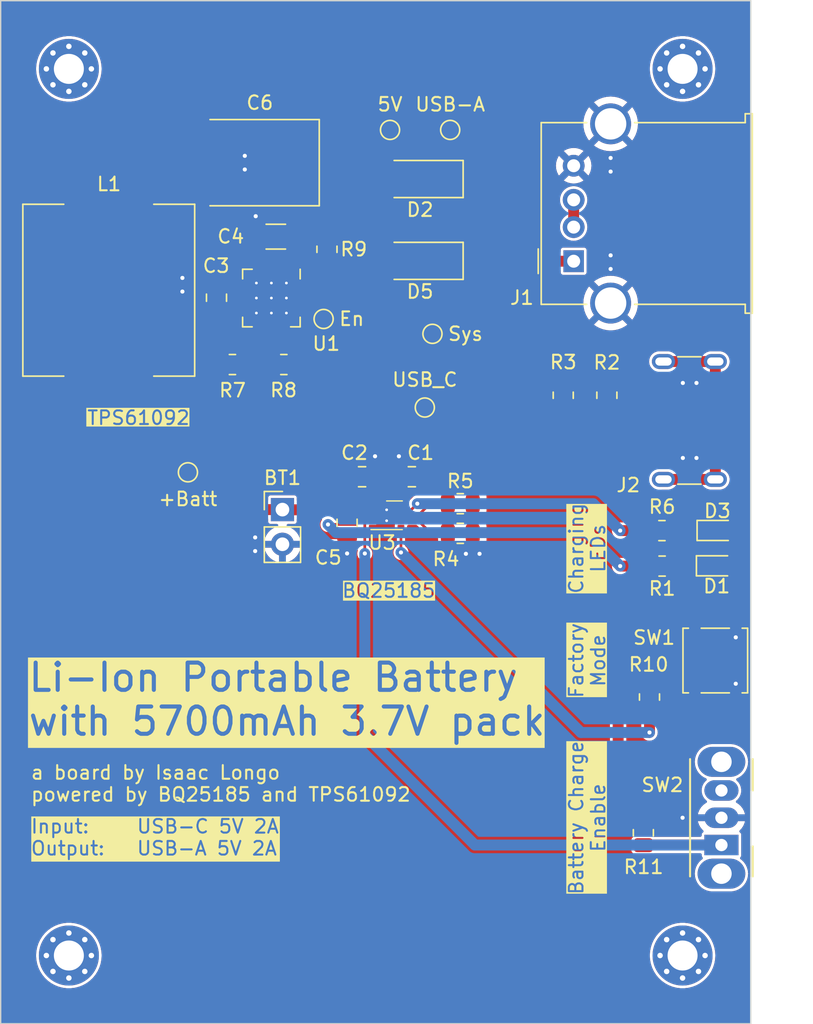
<source format=kicad_pcb>
(kicad_pcb (version 20221018) (generator pcbnew)
  (layers (0 "F.Cu" signal) (31 "B.Cu" power) (34 "B.Paste" user) (35 "F.Paste" user) (36 "B.SilkS" user "B.Silkscreen") (37 "F.SilkS" user "F.Silkscreen") (38 "B.Mask" user) (39 "F.Mask" user) (44 "Edge.Cuts" user))
  (net 0 "")
  (net 1 "GND")
  (net 2 "+BATT")
  (net 3 "Net-(D2-K)")
  (net 4 "+5V")
  (net 5 "Net-(D1-K)")
  (net 6 "VBUS")
  (net 7 "Net-(D3-K)")
  (net 8 "/STAT_RED")
  (net 9 "/STAT_GRN")
  (net 10 "Net-(J1-D+)")
  (net 12 "/L_SW")
  (net 13 "/LBI")
  (net 14 "/EN")
  (net 16 "VCC")
  (net 17 "Net-(J2-CC1)")
  (net 18 "Net-(J2-CC2)")
  (net 19 "unconnected-(J2-SHIELD-PadS1)")
  (net 20 "Net-(U3-ILIM{slash}VSET)")
  (net 21 "Net-(U3-ISET)")
  (net 22 "Net-(SW1-A)")
  (net 23 "/CE")
  (footprint "TestPoint:TestPoint_Pad_D1.0mm" (layer "F.Cu") (at 123.68 123.335)
    (fp_text reference "TP1" hide)
    (fp_text value "En" (at 2.06 -0.01) (layer "F.SilkS"))
    (fp_circle (center 0 0) (end 0 0.7) (stroke (width 0.12)) (fill none) (layer "F.SilkS"))
    (pad "1" smd circle (at 0 0) (size 1 1) (layers "F.Cu" "F.Mask") (net 14 "/EN"))
  )
  (footprint "Diode_SMD:D_SOD-128" (layer "F.Cu") (at 130.75 119.075 180)
    (fp_text reference "D5" (at 0 -2.25) (layer "F.SilkS"))
    (fp_text value "2A 370mV" hide)
    (fp_line (start -3.16 -1.36) (end -3.16 1.36) (stroke (width 0.12)) (layer "F.SilkS"))
    (fp_line (start -3.16 -1.36) (end 1.9 -1.36) (stroke (width 0.12)) (layer "F.SilkS"))
    (fp_line (start -3.16 1.36) (end 1.9 1.36) (stroke (width 0.12)) (layer "F.SilkS"))
    (pad "1" smd roundrect (at -2.2 0 180) (size 1.4 2.1) (layers "F.Cu" "F.Paste" "F.Mask") (roundrect_rratio 0.1785714286) (net 3 "Net-(D2-K)"))
    (pad "2" smd roundrect (at 2.2 0 180) (size 1.4 2.1) (layers "F.Cu" "F.Paste" "F.Mask") (roundrect_rratio 0.1785714286) (net 16 "VCC"))
  )
  (footprint "MountingHole:MountingHole_2.2mm_M2_Pad_Via" (layer "F.Cu") (at 150 170)
    (fp_text reference "H4" hide)
    (fp_text value "MountingHole" hide)
    (pad "1" thru_hole circle (at -1.65 0) (size 0.7 0.7) (drill 0.4) (layers "*.Cu" "*.Mask"))
    (pad "1" thru_hole circle (at -1.166726 -1.166726) (size 0.7 0.7) (drill 0.4) (layers "*.Cu" "*.Mask"))
    (pad "1" thru_hole circle (at -1.166726 1.166726) (size 0.7 0.7) (drill 0.4) (layers "*.Cu" "*.Mask"))
    (pad "1" thru_hole circle (at 0 -1.65) (size 0.7 0.7) (drill 0.4) (layers "*.Cu" "*.Mask"))
    (pad "1" thru_hole circle (at 0 0) (size 4.4 4.4) (drill 2.2) (layers "*.Cu" "*.Mask"))
    (pad "1" thru_hole circle (at 0 1.65) (size 0.7 0.7) (drill 0.4) (layers "*.Cu" "*.Mask"))
    (pad "1" thru_hole circle (at 1.166726 -1.166726) (size 0.7 0.7) (drill 0.4) (layers "*.Cu" "*.Mask"))
    (pad "1" thru_hole circle (at 1.166726 1.166726) (size 0.7 0.7) (drill 0.4) (layers "*.Cu" "*.Mask"))
    (pad "1" thru_hole circle (at 1.65 0) (size 0.7 0.7) (drill 0.4) (layers "*.Cu" "*.Mask"))
  )
  (footprint "Capacitor_SMD:C_0805_2012Metric" (layer "F.Cu") (at 125.4 138.275 -90)
    (fp_text reference "C5" (at 2.55 1.38) (layer "F.SilkS"))
    (fp_text value "1u" hide)
    (fp_line (start -0.261252 -0.735) (end 0.261252 -0.735) (stroke (width 0.12)) (layer "F.SilkS"))
    (fp_line (start -0.261252 0.735) (end 0.261252 0.735) (stroke (width 0.12)) (layer "F.SilkS"))
    (pad "1" smd roundrect (at -0.95 0 270) (size 1 1.45) (layers "F.Cu" "F.Paste" "F.Mask") (net 2 "+BATT"))
    (pad "2" smd roundrect (at 0.95 0 270) (size 1 1.45) (layers "F.Cu" "F.Paste" "F.Mask") (net 1 "GND"))
  )
  (footprint "LED_SMD:LED_0603_1608Metric" (layer "F.Cu") (at 152.5 141.43)
    (fp_text reference "D1" (at 0 1.495) (layer "F.SilkS"))
    (fp_text value "RED" hide)
    (fp_line (start -1.485 -0.735) (end -1.485 0.735) (stroke (width 0.12)) (layer "F.SilkS"))
    (fp_line (start -1.485 0.735) (end 0.8 0.735) (stroke (width 0.12)) (layer "F.SilkS"))
    (fp_line (start 0.8 -0.735) (end -1.485 -0.735) (stroke (width 0.12)) (layer "F.SilkS"))
    (pad "1" smd roundrect (at -0.7875 0) (size 0.875 0.95) (layers "F.Cu" "F.Paste" "F.Mask") (net 5 "Net-(D1-K)"))
    (pad "2" smd roundrect (at 0.7875 0) (size 0.875 0.95) (layers "F.Cu" "F.Paste" "F.Mask") (net 6 "VBUS"))
  )
  (footprint "TestPoint:TestPoint_Pad_D1.0mm" (layer "F.Cu") (at 113.73 134.575)
    (fp_text reference "TP3" hide)
    (fp_text value "+Batt" (at 0 1.96) (layer "F.SilkS"))
    (fp_circle (center 0 0) (end 0 0.7) (stroke (width 0.12)) (fill none) (layer "F.SilkS"))
    (pad "1" smd circle (at 0 0) (size 1 1) (layers "F.Cu" "F.Mask") (net 2 "+BATT"))
  )
  (footprint "Resistor_SMD:R_0805_2012Metric" (layer "F.Cu") (at 133.7 136.875)
    (fp_text reference "R5" (at 0 -1.65) (layer "F.SilkS"))
    (fp_text value "300R" hide)
    (fp_line (start -0.227064 -0.735) (end 0.227064 -0.735) (stroke (width 0.12)) (layer "F.SilkS"))
    (fp_line (start -0.227064 0.735) (end 0.227064 0.735) (stroke (width 0.12)) (layer "F.SilkS"))
    (pad "1" smd roundrect (at -0.9125 0) (size 1.025 1.4) (layers "F.Cu" "F.Paste" "F.Mask") (roundrect_rratio 0.243902439) (net 21 "Net-(U3-ISET)"))
    (pad "2" smd roundrect (at 0.9125 0) (size 1.025 1.4) (layers "F.Cu" "F.Paste" "F.Mask") (roundrect_rratio 0.243902439) (net 1 "GND"))
  )
  (footprint "Resistor_SMD:R_0805_2012Metric" (layer "F.Cu") (at 120.7625 126.675)
    (fp_text reference "R8" (at -0.0225 1.88) (layer "F.SilkS"))
    (fp_text value "499k" hide)
    (fp_line (start -0.227064 -0.735) (end 0.227064 -0.735) (stroke (width 0.12)) (layer "F.SilkS"))
    (fp_line (start -0.227064 0.735) (end 0.227064 0.735) (stroke (width 0.12)) (layer "F.SilkS"))
    (pad "1" smd roundrect (at -0.9125 0) (size 1.025 1.4) (layers "F.Cu" "F.Paste" "F.Mask") (roundrect_rratio 0.243902439) (net 13 "/LBI"))
    (pad "2" smd roundrect (at 0.9125 0) (size 1.025 1.4) (layers "F.Cu" "F.Paste" "F.Mask") (roundrect_rratio 0.243902439) (net 1 "GND"))
  )
  (footprint "Capacitor_SMD:C_1206_3216Metric" (layer "F.Cu") (at 120.175 117.3 180)
    (fp_text reference "C4" (at 3.305 0.015 180) (layer "F.SilkS"))
    (fp_text value "2u2" hide)
    (fp_line (start -0.711252 -0.91) (end 0.711252 -0.91) (stroke (width 0.12)) (layer "F.SilkS"))
    (fp_line (start -0.711252 0.91) (end 0.711252 0.91) (stroke (width 0.12)) (layer "F.SilkS"))
    (pad "1" smd roundrect (at -1.475 0 180) (size 1.15 1.8) (layers "F.Cu" "F.Paste" "F.Mask") (roundrect_rratio 0.2173913043) (net 4 "+5V"))
    (pad "2" smd roundrect (at 1.475 0 180) (size 1.15 1.8) (layers "F.Cu" "F.Paste" "F.Mask") (roundrect_rratio 0.2173913043) (net 1 "GND"))
  )
  (footprint "TestPoint:TestPoint_Pad_D1.0mm" (layer "F.Cu") (at 132.96 109.475)
    (fp_text reference "TP6" hide)
    (fp_text value "USB-A" (at 0 -1.87) (layer "F.SilkS"))
    (fp_circle (center 0 0) (end 0 0.7) (stroke (width 0.12)) (fill none) (layer "F.SilkS"))
    (pad "1" smd circle (at 0 0) (size 1 1) (layers "F.Cu" "F.Mask") (net 3 "Net-(D2-K)"))
  )
  (footprint "Connector_USB:USB_C_Receptacle_GCT_USB4125-xx-x_6P_TopMnt_Horizontal" (layer "F.Cu") (at 151.6 130.775 90)
    (fp_text reference "J2" (at -4.74 -5.58 unlocked) (layer "F.SilkS"))
    (fp_text value "USB_C_Receptacle_PowerOnly_6P" hide)
    (fp_line (start -4.67 -0.25) (end -4.67 -1.95) (stroke (width 0.12)) (layer "F.SilkS"))
    (fp_line (start 4.67 -0.25) (end 4.67 -1.95) (stroke (width 0.12)) (layer "F.SilkS"))
    (pad "A5" smd roundrect (at -0.5 -3.08 90) (size 0.7 1.2) (layers "F.Cu" "F.Paste" "F.Mask") (net 17 "Net-(J2-CC1)"))
    (pad "A9" smd roundrect (at 1.52 -3.08 270) (size 0.76 1.2) (layers "F.Cu" "F.Paste" "F.Mask") (net 6 "VBUS"))
    (pad "A12" smd roundrect (at 2.75 -3.08 270) (size 0.8 1.2) (layers "F.Cu" "F.Paste" "F.Mask") (net 1 "GND"))
    (pad "B5" smd roundrect (at 0.5 -3.08 270) (size 0.7 1.2) (layers "F.Cu" "F.Paste" "F.Mask") (net 18 "Net-(J2-CC2)"))
    (pad "B9" smd roundrect (at -1.52 -3.08 90) (size 0.76 1.2) (layers "F.Cu" "F.Paste" "F.Mask") (net 6 "VBUS"))
    (pad "B12" smd roundrect (at -2.75 -3.08 90) (size 0.8 1.2) (layers "F.Cu" "F.Paste" "F.Mask") (net 1 "GND"))
    (pad "S1" thru_hole oval (at -4.32 -3 90) (size 1.1 1.7) (drill oval 0.6 1.2) (layers "*.Cu" "*.Mask" "F.Paste") (net 19 "unconnected-(J2-SHIELD-PadS1)"))
    (pad "S1" thru_hole oval (at -4.32 0.8 90) (size 1.1 1.7) (drill oval 0.6 1.2) (layers "*.Cu" "*.Mask" "F.Paste") (net 19 "unconnected-(J2-SHIELD-PadS1)"))
    (pad "S1" thru_hole oval (at 4.32 -3 90) (size 1.1 1.7) (drill oval 0.6 1.2) (layers "*.Cu" "*.Mask" "F.Paste") (net 19 "unconnected-(J2-SHIELD-PadS1)"))
    (pad "S1" thru_hole oval (at 4.32 0.8 90) (size 1.1 1.7) (drill oval 0.6 1.2) (layers "*.Cu" "*.Mask" "F.Paste") (net 19 "unconnected-(J2-SHIELD-PadS1)"))
  )
  (footprint "Capacitor_SMD:C_0805_2012Metric" (layer "F.Cu") (at 130.15 134.9 180)
    (fp_text reference "C1" (at -0.64 1.755) (layer "F.SilkS"))
    (fp_text value "1u" hide)
    (fp_line (start -0.261252 -0.735) (end 0.261252 -0.735) (stroke (width 0.12)) (layer "F.SilkS"))
    (fp_line (start -0.261252 0.735) (end 0.261252 0.735) (stroke (width 0.12)) (layer "F.SilkS"))
    (pad "1" smd roundrect (at -0.95 0 180) (size 1 1.45) (layers "F.Cu" "F.Paste" "F.Mask") (net 6 "VBUS"))
    (pad "2" smd roundrect (at 0.95 0 180) (size 1 1.45) (layers "F.Cu" "F.Paste" "F.Mask") (net 1 "GND"))
  )
  (footprint "Resistor_SMD:R_0805_2012Metric" (layer "F.Cu") (at 147.125 161 90)
    (fp_text reference "R11" (at -2.505 0.015 180) (layer "F.SilkS"))
    (fp_text value "13k" hide)
    (fp_line (start -0.227064 -0.735) (end 0.227064 -0.735) (stroke (width 0.12)) (layer "F.SilkS"))
    (fp_line (start -0.227064 0.735) (end 0.227064 0.735) (stroke (width 0.12)) (layer "F.SilkS"))
    (pad "1" smd roundrect (at -0.9125 0 90) (size 1.025 1.4) (layers "F.Cu" "F.Paste" "F.Mask") (roundrect_rratio 0.243902439) (net 23 "/CE"))
    (pad "2" smd roundrect (at 0.9125 0 90) (size 1.025 1.4) (layers "F.Cu" "F.Paste" "F.Mask") (roundrect_rratio 0.243902439) (net 6 "VBUS"))
  )
  (footprint "Capacitor_SMD:C_0805_2012Metric" (layer "F.Cu") (at 115.825 121.775 90)
    (fp_text reference "C3" (at 2.34 -0.025 180) (layer "F.SilkS"))
    (fp_text value "10u" hide)
    (fp_line (start -0.261252 -0.735) (end 0.261252 -0.735) (stroke (width 0.12)) (layer "F.SilkS"))
    (fp_line (start -0.261252 0.735) (end 0.261252 0.735) (stroke (width 0.12)) (layer "F.SilkS"))
    (pad "1" smd roundrect (at -0.95 0 90) (size 1 1.45) (layers "F.Cu" "F.Paste" "F.Mask") (net 2 "+BATT"))
    (pad "2" smd roundrect (at 0.95 0 90) (size 1 1.45) (layers "F.Cu" "F.Paste" "F.Mask") (net 1 "GND"))
  )
  (footprint "MountingHole:MountingHole_2.2mm_M2_Pad_Via" (layer "F.Cu") (at 105 105)
    (fp_text reference "H2" hide)
    (fp_text value "MountingHole" hide)
    (pad "1" thru_hole circle (at -1.65 0) (size 0.7 0.7) (drill 0.4) (layers "*.Cu" "*.Mask"))
    (pad "1" thru_hole circle (at -1.166726 -1.166726) (size 0.7 0.7) (drill 0.4) (layers "*.Cu" "*.Mask"))
    (pad "1" thru_hole circle (at -1.166726 1.166726) (size 0.7 0.7) (drill 0.4) (layers "*.Cu" "*.Mask"))
    (pad "1" thru_hole circle (at 0 -1.65) (size 0.7 0.7) (drill 0.4) (layers "*.Cu" "*.Mask"))
    (pad "1" thru_hole circle (at 0 0) (size 4.4 4.4) (drill 2.2) (layers "*.Cu" "*.Mask"))
    (pad "1" thru_hole circle (at 0 1.65) (size 0.7 0.7) (drill 0.4) (layers "*.Cu" "*.Mask"))
    (pad "1" thru_hole circle (at 1.166726 -1.166726) (size 0.7 0.7) (drill 0.4) (layers "*.Cu" "*.Mask"))
    (pad "1" thru_hole circle (at 1.166726 1.166726) (size 0.7 0.7) (drill 0.4) (layers "*.Cu" "*.Mask"))
    (pad "1" thru_hole circle (at 1.65 0) (size 0.7 0.7) (drill 0.4) (layers "*.Cu" "*.Mask"))
  )
  (footprint "Connector_USB:USB_A_Molex_67643_Horizontal" (layer "F.Cu") (at 142.015 119.1 90)
    (fp_text reference "J1" (at -2.675 -3.795 180) (layer "F.SilkS"))
    (fp_text value "USB_A" hide)
    (fp_line (start -3.81 12.58) (end -3.81 13.1) (stroke (width 0.12)) (layer "F.SilkS"))
    (fp_line (start -3.81 13.1) (end 10.81 13.1) (stroke (width 0.12)) (layer "F.SilkS"))
    (fp_line (start -3.16 -2.38) (end -3.16 0.95) (stroke (width 0.12)) (layer "F.SilkS"))
    (fp_line (start -3.16 -2.38) (end 10.16 -2.38) (stroke (width 0.12)) (layer "F.SilkS"))
    (fp_line (start -3.16 12.58) (end -3.81 12.58) (stroke (width 0.12)) (layer "F.SilkS"))
    (fp_line (start -3.16 12.58) (end -3.16 4.47) (stroke (width 0.12)) (layer "F.SilkS"))
    (fp_line (start -0.9 -2.6) (end 0.9 -2.6) (stroke (width 0.12)) (layer "F.SilkS"))
    (fp_line (start 10.16 -2.38) (end 10.16 0.95) (stroke (width 0.12)) (layer "F.SilkS"))
    (fp_line (start 10.16 4.47) (end 10.16 12.58) (stroke (width 0.12)) (layer "F.SilkS"))
    (fp_line (start 10.81 12.58) (end 10.16 12.58) (stroke (width 0.12)) (layer "F.SilkS"))
    (fp_line (start 10.81 13.1) (end 10.81 12.58) (stroke (width 0.12)) (layer "F.SilkS"))
    (pad "1" thru_hole rect (at 0 0 90) (size 1.6 1.5) (drill 0.95) (layers "*.Cu" "*.Mask") (net 3 "Net-(D2-K)"))
    (pad "2" thru_hole circle (at 2.5 0 90) (size 1.6 1.6) (drill 0.95) (layers "*.Cu" "*.Mask") (net 10 "Net-(J1-D+)"))
    (pad "3" thru_hole circle (at 4.5 0 90) (size 1.6 1.6) (drill 0.95) (layers "*.Cu" "*.Mask") (net 10 "Net-(J1-D+)"))
    (pad "4" thru_hole circle (at 7 0 90) (size 1.6 1.6) (drill 0.95) (layers "*.Cu" "*.Mask") (net 1 "GND"))
    (pad "5" thru_hole circle (at -3.07 2.71 90) (size 3 3) (drill 2.3) (layers "*.Cu" "*.Mask") (net 1 "GND"))
    (pad "5" thru_hole circle (at 10.07 2.71 90) (size 3 3) (drill 2.3) (layers "*.Cu" "*.Mask") (net 1 "GND"))
  )
  (footprint "Button_Switch_SMD:SW_SPST_TL3305A" (layer "F.Cu") (at 152.4 148.375 90)
    (fp_text reference "SW1" (at 1.68 -4.49 180) (layer "F.SilkS"))
    (fp_text value "SW_SPDT" hide)
    (fp_line (start -2.37 -2.37) (end -2.37 -1.97) (stroke (width 0.12)) (layer "F.SilkS"))
    (fp_line (start -2.37 -2.37) (end 2.37 -2.37) (stroke (width 0.12)) (layer "F.SilkS"))
    (fp_line (start -2.37 1.03) (end -2.37 -1.03) (stroke (width 0.12)) (layer "F.SilkS"))
    (fp_line (start -2.37 2.37) (end -2.37 1.97) (stroke (width 0.12)) (layer "F.SilkS"))
    (fp_line (start -2.37 2.37) (end 2.37 2.37) (stroke (width 0.12)) (layer "F.SilkS"))
    (fp_line (start 2.37 -2.37) (end 2.37 -1.97) (stroke (width 0.12)) (layer "F.SilkS"))
    (fp_line (start 2.37 1.03) (end 2.37 -1.03) (stroke (width 0.12)) (layer "F.SilkS"))
    (fp_line (start 2.37 2.37) (end 2.37 1.97) (stroke (width 0.12)) (layer "F.SilkS"))
    (pad "1" smd rect (at -3.6 -1.5 90) (size 1.6 1.4) (layers "F.Cu" "F.Paste" "F.Mask") (net 22 "Net-(SW1-A)"))
    (pad "1" smd rect (at 3.6 -1.5 90) (size 1.6 1.4) (layers "F.Cu" "F.Paste" "F.Mask") (net 22 "Net-(SW1-A)"))
    (pad "2" smd rect (at -3.6 1.5 90) (size 1.6 1.4) (layers "F.Cu" "F.Paste" "F.Mask") (net 1 "GND"))
    (pad "2" smd rect (at 3.6 1.5 90) (size 1.6 1.4) (layers "F.Cu" "F.Paste" "F.Mask") (net 1 "GND"))
  )
  (footprint "Resistor_SMD:R_0805_2012Metric" (layer "F.Cu") (at 133.7 139.05 180)
    (fp_text reference "R4" (at 1.05 -1.885) (layer "F.SilkS"))
    (fp_text value "13k" hide)
    (fp_line (start -0.227064 -0.735) (end 0.227064 -0.735) (stroke (width 0.12)) (layer "F.SilkS"))
    (fp_line (start -0.227064 0.735) (end 0.227064 0.735) (stroke (width 0.12)) (layer "F.SilkS"))
    (pad "1" smd roundrect (at -0.9125 0 180) (size 1.025 1.4) (layers "F.Cu" "F.Paste" "F.Mask") (roundrect_rratio 0.243902439) (net 1 "GND"))
    (pad "2" smd roundrect (at 0.9125 0 180) (size 1.025 1.4) (layers "F.Cu" "F.Paste" "F.Mask") (roundrect_rratio 0.243902439) (net 20 "Net-(U3-ILIM{slash}VSET)"))
  )
  (footprint "LED_SMD:LED_0603_1608Metric" (layer "F.Cu") (at 152.55 138.84)
    (fp_text reference "D3" (at 0 -1.43) (layer "F.SilkS"))
    (fp_text value "GREEN" hide)
    (fp_line (start -1.485 -0.735) (end -1.485 0.735) (stroke (width 0.12)) (layer "F.SilkS"))
    (fp_line (start -1.485 0.735) (end 0.8 0.735) (stroke (width 0.12)) (layer "F.SilkS"))
    (fp_line (start 0.8 -0.735) (end -1.485 -0.735) (stroke (width 0.12)) (layer "F.SilkS"))
    (pad "1" smd roundrect (at -0.7875 0) (size 0.875 0.95) (layers "F.Cu" "F.Paste" "F.Mask") (net 7 "Net-(D3-K)"))
    (pad "2" smd roundrect (at 0.7875 0) (size 0.875 0.95) (layers "F.Cu" "F.Paste" "F.Mask") (net 6 "VBUS"))
  )
  (footprint "MountingHole:MountingHole_2.2mm_M2_Pad_Via" (layer "F.Cu") (at 150 105)
    (fp_text reference "H1" hide)
    (fp_text value "MountingHole" hide)
    (pad "1" thru_hole circle (at -1.65 0) (size 0.7 0.7) (drill 0.4) (layers "*.Cu" "*.Mask"))
    (pad "1" thru_hole circle (at -1.166726 -1.166726) (size 0.7 0.7) (drill 0.4) (layers "*.Cu" "*.Mask"))
    (pad "1" thru_hole circle (at -1.166726 1.166726) (size 0.7 0.7) (drill 0.4) (layers "*.Cu" "*.Mask"))
    (pad "1" thru_hole circle (at 0 -1.65) (size 0.7 0.7) (drill 0.4) (layers "*.Cu" "*.Mask"))
    (pad "1" thru_hole circle (at 0 0) (size 4.4 4.4) (drill 2.2) (layers "*.Cu" "*.Mask"))
    (pad "1" thru_hole circle (at 0 1.65) (size 0.7 0.7) (drill 0.4) (layers "*.Cu" "*.Mask"))
    (pad "1" thru_hole circle (at 1.166726 -1.166726) (size 0.7 0.7) (drill 0.4) (layers "*.Cu" "*.Mask"))
    (pad "1" thru_hole circle (at 1.166726 1.166726) (size 0.7 0.7) (drill 0.4) (layers "*.Cu" "*.Mask"))
    (pad "1" thru_hole circle (at 1.65 0) (size 0.7 0.7) (drill 0.4) (layers "*.Cu" "*.Mask"))
  )
  (footprint "Resistor_SMD:R_0805_2012Metric" (layer "F.Cu") (at 147.575 151.05 90)
    (fp_text reference "R10" (at 2.385 -0.065 180) (layer "F.SilkS"))
    (fp_text value "13k" hide)
    (fp_line (start -0.227064 -0.735) (end 0.227064 -0.735) (stroke (width 0.12)) (layer "F.SilkS"))
    (fp_line (start -0.227064 0.735) (end 0.227064 0.735) (stroke (width 0.12)) (layer "F.SilkS"))
    (pad "1" smd roundrect (at -0.9125 0 90) (size 1.025 1.4) (layers "F.Cu" "F.Paste" "F.Mask") (roundrect_rratio 0.243902439) (net 22 "Net-(SW1-A)"))
    (pad "2" smd roundrect (at 0.9125 0 90) (size 1.025 1.4) (layers "F.Cu" "F.Paste" "F.Mask") (roundrect_rratio 0.243902439) (net 6 "VBUS"))
  )
  (footprint "Resistor_SMD:R_0805_2012Metric" (layer "F.Cu") (at 144.45 128.925 90)
    (fp_text reference "R2" (at 2.4 0) (layer "F.SilkS"))
    (fp_text value "5k1" hide)
    (fp_line (start -0.227064 -0.735) (end 0.227064 -0.735) (stroke (width 0.12)) (layer "F.SilkS"))
    (fp_line (start -0.227064 0.735) (end 0.227064 0.735) (stroke (width 0.12)) (layer "F.SilkS"))
    (pad "1" smd roundrect (at -0.9125 0 90) (size 1.025 1.4) (layers "F.Cu" "F.Paste" "F.Mask") (roundrect_rratio 0.243902439) (net 18 "Net-(J2-CC2)"))
    (pad "2" smd roundrect (at 0.9125 0 90) (size 1.025 1.4) (layers "F.Cu" "F.Paste" "F.Mask") (roundrect_rratio 0.243902439) (net 1 "GND"))
  )
  (footprint "Diode_SMD:D_SOD-128" (layer "F.Cu") (at 130.75 113.075 180)
    (fp_text reference "D2" (at 0 -2.25) (layer "F.SilkS"))
    (fp_text value "2A 370mV" hide)
    (fp_line (start -3.16 -1.36) (end -3.16 1.36) (stroke (width 0.12)) (layer "F.SilkS"))
    (fp_line (start -3.16 -1.36) (end 1.9 -1.36) (stroke (width 0.12)) (layer "F.SilkS"))
    (fp_line (start -3.16 1.36) (end 1.9 1.36) (stroke (width 0.12)) (layer "F.SilkS"))
    (pad "1" smd roundrect (at -2.2 0 180) (size 1.4 2.1) (layers "F.Cu" "F.Paste" "F.Mask") (roundrect_rratio 0.1785714286) (net 3 "Net-(D2-K)"))
    (pad "2" smd roundrect (at 2.2 0 180) (size 1.4 2.1) (layers "F.Cu" "F.Paste" "F.Mask") (roundrect_rratio 0.1785714286) (net 4 "+5V"))
  )
  (footprint "TestPoint:TestPoint_Pad_D1.0mm" (layer "F.Cu") (at 128.55 109.475)
    (fp_text reference "TP2" hide)
    (fp_text value "5V" (at 0 -1.87) (layer "F.SilkS"))
    (fp_circle (center 0 0) (end 0 0.7) (stroke (width 0.12)) (fill none) (layer "F.SilkS"))
    (pad "1" smd circle (at 0 0) (size 1 1) (layers "F.Cu" "F.Mask") (net 4 "+5V"))
  )
  (footprint "TestPoint:TestPoint_Pad_D1.0mm" (layer "F.Cu") (at 131.1 129.825)
    (fp_text reference "TP5" hide)
    (fp_text value "USB_C" (at 0 -2.04) (layer "F.SilkS"))
    (fp_circle (center 0 0) (end 0 0.7) (stroke (width 0.12)) (fill none) (layer "F.SilkS"))
    (pad "1" smd circle (at 0 0) (size 1 1) (layers "F.Cu" "F.Mask") (net 6 "VBUS"))
  )
  (footprint "Capacitor_SMD:C_0805_2012Metric" (layer "F.Cu") (at 126.5 134.9)
    (fp_text reference "C2" (at -0.56 -1.755) (layer "F.SilkS"))
    (fp_text value "10u" hide)
    (fp_line (start -0.261252 -0.735) (end 0.261252 -0.735) (stroke (width 0.12)) (layer "F.SilkS"))
    (fp_line (start -0.261252 0.735) (end 0.261252 0.735) (stroke (width 0.12)) (layer "F.SilkS"))
    (pad "1" smd roundrect (at -0.95 0) (size 1 1.45) (layers "F.Cu" "F.Paste" "F.Mask") (net 16 "VCC"))
    (pad "2" smd roundrect (at 0.95 0) (size 1 1.45) (layers "F.Cu" "F.Paste" "F.Mask") (net 1 "GND"))
  )
  (footprint "Resistor_SMD:R_0805_2012Metric" (layer "F.Cu") (at 116.9925 126.675)
    (fp_text reference "R7" (at 0.0075 1.89) (layer "F.SilkS"))
    (fp_text value "3M" hide)
    (fp_line (start -0.227064 -0.735) (end 0.227064 -0.735) (stroke (width 0.12)) (layer "F.SilkS"))
    (fp_line (start -0.227064 0.735) (end 0.227064 0.735) (stroke (width 0.12)) (layer "F.SilkS"))
    (pad "1" smd roundrect (at -0.9125 0) (size 1.025 1.4) (layers "F.Cu" "F.Paste" "F.Mask") (roundrect_rratio 0.243902439) (net 2 "+BATT"))
    (pad "2" smd roundrect (at 0.9125 0) (size 1.025 1.4) (layers "F.Cu" "F.Paste" "F.Mask") (roundrect_rratio 0.243902439) (net 13 "/LBI"))
  )
  (footprint "Capacitor_Tantalum_SMD:CP_EIA-7361-38_AVX-V" (layer "F.Cu") (at 119 111.875 180)
    (fp_text reference "C6" (at 0 4.39 180) (layer "F.SilkS"))
    (fp_text value "150u" hide)
    (fp_line (start -4.36 -3.16) (end -4.36 3.16) (stroke (width 0.12)) (layer "F.SilkS"))
    (fp_line (start -4.36 3.16) (end 3.65 3.16) (stroke (width 0.12)) (layer "F.SilkS"))
    (fp_line (start 3.65 -3.16) (end -4.36 -3.16) (stroke (width 0.12)) (layer "F.SilkS"))
    (pad "1" smd roundrect (at -3.1 0 180) (size 2 3.3) (layers "F.Cu" "F.Paste" "F.Mask") (roundrect_rratio 0.125) (net 4 "+5V"))
    (pad "2" smd roundrect (at 3.1 0 180) (size 2 3.3) (layers "F.Cu" "F.Paste" "F.Mask") (roundrect_rratio 0.125) (net 1 "GND"))
  )
  (footprint "Resistor_SMD:R_0805_2012Metric" (layer "F.Cu") (at 123.925 118.225 -90)
    (fp_text reference "R9" (at 0 -1.965 -180) (layer "F.SilkS"))
    (fp_text value "1M" hide)
    (fp_line (start -0.227064 -0.735) (end 0.227064 -0.735) (stroke (width 0.12)) (layer "F.SilkS"))
    (fp_line (start -0.227064 0.735) (end 0.227064 0.735) (stroke (width 0.12)) (layer "F.SilkS"))
    (pad "1" smd roundrect (at -0.9125 0 270) (size 1.025 1.4) (layers "F.Cu" "F.Paste" "F.Mask") (roundrect_rratio 0.243902439) (net 4 "+5V"))
    (pad "2" smd roundrect (at 0.9125 0 270) (size 1.025 1.4) (layers "F.Cu" "F.Paste" "F.Mask") (roundrect_rratio 0.243902439) (net 14 "/EN"))
  )
  (footprint "Package_DFN_QFN:Texas_S-PVQFN-N16_EP2.7x2.7mm_ThermalVias" (layer "F.Cu") (at 119.85 121.8 -90)
    (fp_text reference "U1" (at 3.345 -4.02 -180) (layer "F.SilkS"))
    (fp_text value "TPS61092" hide)
    (fp_line (start -2.11 2.11) (end -2.11 1.41) (stroke (width 0.12)) (layer "F.SilkS"))
    (fp_line (start -1.41 -2.11) (end -2.11 -2.11) (stroke (width 0.12)) (layer "F.SilkS"))
    (fp_line (start -1.41 2.11) (end -2.11 2.11) (stroke (width 0.12)) (layer "F.SilkS"))
    (fp_line (start 1.41 -2.11) (end 2.11 -2.11) (stroke (width 0.12)) (layer "F.SilkS"))
    (fp_line (start 1.41 2.11) (end 2.11 2.11) (stroke (width 0.12)) (layer "F.SilkS"))
    (fp_line (start 2.11 -2.11) (end 2.11 -1.41) (stroke (width 0.12)) (layer "F.SilkS"))
    (fp_line (start 2.11 2.11) (end 2.11 1.41) (stroke (width 0.12)) (layer "F.SilkS"))
    (pad "1" smd roundrect (at -1.9625 -0.975 270) (size 0.825 0.35) (layers "F.Cu" "F.Paste" "F.Mask") (net 4 "+5V"))
    (pad "2" smd roundrect (at -1.9625 -0.325 270) (size 0.825 0.35) (layers "F.Cu" "F.Paste" "F.Mask"))
    (pad "3" smd roundrect (at -1.9625 0.325 270) (size 0.825 0.35) (layers "F.Cu" "F.Paste" "F.Mask") (net 12 "/L_SW"))
    (pad "4" smd roundrect (at -1.9625 0.975 270) (size 0.825 0.35) (layers "F.Cu" "F.Paste" "F.Mask") (net 12 "/L_SW"))
    (pad "5" smd roundrect (at -0.975 1.9625 270) (size 0.35 0.825) (layers "F.Cu" "F.Paste" "F.Mask") (net 1 "GND"))
    (pad "6" smd roundrect (at -0.325 1.9625 270) (size 0.35 0.825) (layers "F.Cu" "F.Paste" "F.Mask") (net 1 "GND"))
    (pad "7" smd roundrect (at 0.325 1.9625 270) (size 0.35 0.825) (layers "F.Cu" "F.Paste" "F.Mask") (net 1 "GND"))
    (pad "8" smd roundrect (at 0.975 1.9625 270) (size 0.35 0.825) (layers "F.Cu" "F.Paste" "F.Mask") (net 2 "+BATT"))
    (pad "9" smd roundrect (at 1.9625 0.975 270) (size 0.825 0.35) (layers "F.Cu" "F.Paste" "F.Mask") (net 13 "/LBI"))
    (pad "10" smd roundrect (at 1.9625 0.325 270) (size 0.825 0.35) (layers "F.Cu" "F.Paste" "F.Mask") (net 1 "GND"))
    (pad "11" smd roundrect (at 1.9625 -0.325 270) (size 0.825 0.35) (layers "F.Cu" "F.Paste" "F.Mask") (net 14 "/EN"))
    (pad "12" smd roundrect (at 1.9625 -0.975 270) (size 0.825 0.35) (layers "F.Cu" "F.Paste" "F.Mask") (net 14 "/EN"))
    (pad "13" smd roundrect (at 0.975 -1.9625 270) (size 0.35 0.825) (layers "F.Cu" "F.Paste" "F.Mask") (net 1 "GND"))
    (pad "14" smd roundrect (at 0.325 -1.9625 270) (size 0.35 0.825) (layers "F.Cu" "F.Paste" "F.Mask"))
    (pad "15" smd roundrect (at -0.325 -1.9625 270) (size 0.35 0.825) (layers "F.Cu" "F.Paste" "F.Mask") (net 4 "+5V"))
    (pad "16" smd roundrect (at -0.975 -1.9625 270) (size 0.35 0.825) (layers "F.Cu" "F.Paste" "F.Mask") (net 4 "+5V"))
    (pad "17" thru_hole circle (at -1.1 -1.1 270) (size 0.5 0.5) (drill 0.2) (layers "*.Cu") (net 1 "GND"))
    (pad "17" thru_hole circle (at -1.1 0 270) (size 0.5 0.5) (drill 0.2) (layers "*.Cu") (net 1 "GND"))
    (pad "17" thru_hole circle (at -1.1 1.1 270) (size 0.5 0.5) (drill 0.2) (layers "*.Cu") (net 1 "GND"))
    (pad "17" thru_hole circle (at 0 -1.1 270) (size 0.5 0.5) (drill 0.2) (layers "*.Cu") (net 1 "GND"))
    (pad "17" thru_hole circle (at 0 0 270) (size 0.5 0.5) (drill 0.2) (layers "*.Cu") (net 1 "GND"))
    (pad "17" smd rect (at 0 0 270) (size 2.7 2.7) (layers "F.Cu" "F.Mask") (net 1 "GND"))
    (pad "17" smd rect (at 0 0 270) (size 2.7 2.7) (layers "B.Cu") (net 1 "GND"))
    (pad "17" thru_hole circle (at 0 1.1 270) (size 0.5 0.5) (drill 0.2) (layers "*.Cu") (net 1 "GND"))
    (pad "17" thru_hole circle (at 1.1 -1.1 270) (size 0.5 0.5) (drill 0.2) (layers "*.Cu") (net 1 "GND"))
    (pad "17" thru_hole circle (at 1.1 0 270) (size 0.5 0.5) (drill 0.2) (layers "*.Cu") (net 1 "GND"))
    (pad "17" thru_hole circle (at 1.1 1.1 270) (size 0.5 0.5) (drill 0.2) (layers "*.Cu") (net 1 "GND"))
  )
  (footprint "Resistor_SMD:R_0805_2012Metric" (layer "F.Cu") (at 141.25 128.925 90)
    (fp_text reference "R3" (at 2.425 0) (layer "F.SilkS"))
    (fp_text value "5k1" hide)
    (fp_line (start -0.227064 -0.735) (end 0.227064 -0.735) (stroke (width 0.12)) (layer "F.SilkS"))
    (fp_line (start -0.227064 0.735) (end 0.227064 0.735) (stroke (width 0.12)) (layer "F.SilkS"))
    (pad "1" smd roundrect (at -0.9125 0 90) (size 1.025 1.4) (layers "F.Cu" "F.Paste" "F.Mask") (roundrect_rratio 0.243902439) (net 17 "Net-(J2-CC1)"))
    (pad "2" smd roundrect (at 0.9125 0 90) (size 1.025 1.4) (layers "F.Cu" "F.Paste" "F.Mask") (roundrect_rratio 0.243902439) (net 1 "GND"))
  )
  (footprint "Resistor_SMD:R_0805_2012Metric" (layer "F.Cu") (at 148.4875 138.85 180)
    (fp_text reference "R6" (at -0.0125 1.75) (layer "F.SilkS"))
    (fp_text value "90R9" hide)
    (fp_line (start -0.227064 -0.735) (end 0.227064 -0.735) (stroke (width 0.12)) (layer "F.SilkS"))
    (fp_line (start -0.227064 0.735) (end 0.227064 0.735) (stroke (width 0.12)) (layer "F.SilkS"))
    (pad "1" smd roundrect (at -0.9125 0 180) (size 1.025 1.4) (layers "F.Cu" "F.Paste" "F.Mask") (roundrect_rratio 0.243902439) (net 7 "Net-(D3-K)"))
    (pad "2" smd roundrect (at 0.9125 0 180) (size 1.025 1.4) (layers "F.Cu" "F.Paste" "F.Mask") (roundrect_rratio 0.243902439) (net 9 "/STAT_GRN"))
  )
  (footprint "TestPoint:TestPoint_Pad_D1.0mm" (layer "F.Cu") (at 131.66 124.425)
    (fp_text reference "TP4" hide)
    (fp_text value "Sys" (at 2.42 0) (layer "F.SilkS"))
    (fp_circle (center 0 0) (end 0 0.7) (stroke (width 0.12)) (fill none) (layer "F.SilkS"))
    (pad "1" smd circle (at 0 0) (size 1 1) (layers "F.Cu" "F.Mask") (net 16 "VCC"))
  )
  (footprint "based_lib:BQ25185DLHR" (layer "F.Cu") (at 128.3 137.725)
    (fp_text reference "U3" (at -0.33 2.01 unlocked) (layer "F.SilkS"))
    (fp_text value "BQ25185" hide)
    (fp_line (start 1.15 -1.05) (end 0 -1.05) (stroke (width 0.1)) (layer "F.SilkS"))
    (fp_line (start 1.15 1.05) (end -1.15 1.05) (stroke (width 0.1)) (layer "F.SilkS"))
    (pad "1" smd roundrect (at -1.05 -0.8 180) (size 0.5 0.2) (layers "F.Cu" "F.Paste" "F.Mask") (net 16 "VCC"))
    (pad "2" smd roundrect (at -1.05 -0.4 180) (size 0.5 0.2) (layers "F.Cu" "F.Paste" "F.Mask") (net 2 "+BATT"))
    (pad "3" smd roundrect (at -1.05 0 180) (size 0.5 0.2) (layers "F.Cu" "F.Paste" "F.Mask") (net 8 "/STAT_RED"))
    (pad "4" smd roundrect (at -1.05 0.4 180) (size 0.5 0.2) (layers "F.Cu" "F.Paste" "F.Mask") (net 23 "/CE"))
    (pad "5" smd roundrect (at -1.05 0.8 180) (size 0.5 0.2) (layers "F.Cu" "F.Paste" "F.Mask") (net 1 "GND"))
    (pad "6" smd roundrect (at 1.05 0.8 180) (size 0.5 0.2) (layers "F.Cu" "F.Paste" "F.Mask") (net 22 "Net-(SW1-A)"))
    (pad "7" smd roundrect (at 1.05 0.4 180) (size 0.5 0.2) (layers "F.Cu" "F.Paste" "F.Mask") (net 20 "Net-(U3-ILIM{slash}VSET)"))
    (pad "8" smd roundrect (at 1.05 0 180) (size 0.5 0.2) (layers "F.Cu" "F.Paste" "F.Mask") (net 21 "Net-(U3-ISET)"))
    (pad "9" smd roundrect (at 1.05 -0.4 180) (size 0.5 0.2) (layers "F.Cu" "F.Paste" "F.Mask") (net 9 "/STAT_GRN"))
    (pad "10" smd roundrect (at 1.05 -0.8 180) (size 0.5 0.2) (layers "F.Cu" "F.Paste" "F.Mask") (net 6 "VBUS"))
    (pad "11" smd rect (at 0 0 180) (size 0.9 1.5) (layers "F.Cu" "F.Paste" "F.Mask") (net 1 "GND"))
    (pad "12" thru_hole circle (at 0 -0.4) (size 0.5 0.5) (drill 0.2) (layers "*.Cu" "*.Mask") (net 1 "GND"))
    (pad "13" thru_hole circle (at 0 0.4) (size 0.5 0.5) (drill 0.2) (layers "*.Cu" "*.Mask") (net 1 "GND"))
  )
  (footprint "Resistor_SMD:R_0805_2012Metric" (layer "F.Cu") (at 148.5 141.45 180)
    (fp_text reference "R1" (at 0 -1.65) (layer "F.SilkS"))
    (fp_text value "150R" hide)
    (fp_line (start -0.227064 -0.735) (end 0.227064 -0.735) (stroke (width 0.12)) (layer "F.SilkS"))
    (fp_line (start -0.227064 0.735) (end 0.227064 0.735) (stroke (width 0.12)) (layer "F.SilkS"))
    (pad "1" smd roundrect (at -0.9125 0 180) (size 1.025 1.4) (layers "F.Cu" "F.Paste" "F.Mask") (roundrect_rratio 0.243902439) (net 5 "Net-(D1-K)"))
    (pad "2" smd roundrect (at 0.9125 0 180) (size 1.025 1.4) (layers "F.Cu" "F.Paste" "F.Mask") (roundrect_rratio 0.243902439) (net 8 "/STAT_RED"))
  )
  (footprint "Button_Switch_THT:SW_CuK_OS102011MA1QN1_SPDT_Angled" (layer "F.Cu") (at 152.85 161.9 90)
    (fp_text reference "SW2" (at 4.405 -4.33) (layer "F.SilkS"))
    (fp_text value "SW_SPDT" hide)
    (fp_line (start -2.3 -2.3) (end 6.3 -2.3) (stroke (width 0.15)) (layer "F.SilkS"))
    (fp_line (start -2.3 2.3) (end -0.1 2.3) (stroke (width 0.15)) (layer "F.SilkS"))
    (fp_line (start 4 2.3) (end 6.3 2.3) (stroke (width 0.15)) (layer "F.SilkS"))
    (pad "" thru_hole oval (at -2.1 0 90) (size 2.2 3.5) (drill 1.5) (layers "*.Cu" "*.Mask"))
    (pad "" thru_hole oval (at 6.1 0 90) (size 2.2 3.5) (drill 1.5) (layers "*.Cu" "*.Mask"))
    (pad "1" thru_hole rect (at 0 0 90) (size 1.5 2.5) (drill 0.9) (layers "*.Cu" "*.Mask") (net 23 "/CE"))
    (pad "2" thru_hole oval (at 2 0 90) (size 1.5 2.5) (drill 0.9) (layers "*.Cu" "*.Mask") (net 1 "GND"))
    (pad "3" thru_hole oval (at 4 0 90) (size 1.5 2.5) (drill 0.9) (layers "*.Cu" "*.Mask"))
  )
  (footprint "Inductor_SMD:L_Wuerth_WE-PD-Typ-LS" (layer "F.Cu") (at 107.925 121.225 90)
    (fp_text reference "L1" (at 7.78 0.015) (layer "F.SilkS"))
    (fp_text value "2u5" hide)
    (fp_line (start -6.3 -6.3) (end 6.3 -6.3) (stroke (width 0.12)) (layer "F.SilkS"))
    (fp_line (start -6.3 -3.3) (end -6.3 -6.3) (stroke (width 0.12)) (layer "F.SilkS"))
    (fp_line (start -6.3 6.3) (end -6.3 3.3) (stroke (width 0.12)) (layer "F.SilkS"))
    (fp_line (start 6.3 -6.3) (end 6.3 -3.3) (stroke (width 0.12)) (layer "F.SilkS"))
    (fp_line (start 6.3 3.3) (end 6.3 6.3) (stroke (width 0.12)) (layer "F.SilkS"))
    (fp_line (start 6.3 6.3) (end -6.3 6.3) (stroke (width 0.12)) (layer "F.SilkS"))
    (pad "1" smd rect (at -4.95 0 90) (size 2.9 5.4) (layers "F.Cu" "F.Paste" "F.Mask") (net 2 "+BATT"))
    (pad "2" smd rect (at 4.95 0 90) (size 2.9 5.4) (layers "F.Cu" "F.Paste" "F.Mask") (net 12 "/L_SW"))
  )
  (footprint "Connector_PinHeader_2.54mm:PinHeader_1x02_P2.54mm_Vertical" (layer "F.Cu") (at 120.66 137.31)
    (fp_text reference "BT1" (at 0 -2.33) (layer "F.SilkS"))
    (fp_text value "3V7 5200mAh" hide)
    (fp_line (start -1.33 -1.33) (end 0 -1.33) (stroke (width 0.12)) (layer "F.SilkS"))
    (fp_line (start -1.33 0) (end -1.33 -1.33) (stroke (width 0.12)) (layer "F.SilkS"))
    (fp_line (start -1.33 1.27) (end -1.33 3.87) (stroke (width 0.12)) (layer "F.SilkS"))
    (fp_line (start -1.33 1.27) (end 1.33 1.27) (stroke (width 0.12)) (layer "F.SilkS"))
    (fp_line (start -1.33 3.87) (end 1.33 3.87) (stroke (width 0.12)) (layer "F.SilkS"))
    (fp_line (start 1.33 1.27) (end 1.33 3.87) (stroke (width 0.12)) (layer "F.SilkS"))
    (pad "1" thru_hole rect (at 0 0) (size 1.7 1.7) (drill 1) (layers "*.Cu" "*.Mask") (net 2 "+BATT"))
    (pad "2" thru_hole oval (at 0 2.54) (size 1.7 1.7) (drill 1) (layers "*.Cu" "*.Mask") (net 1 "GND"))
  )
  (footprint "MountingHole:MountingHole_2.2mm_M2_Pad_Via" (layer "F.Cu") (at 105 170)
    (fp_text reference "H3" hide)
    (fp_text value "MountingHole" hide)
    (pad "1" thru_hole circle (at -1.65 0) (size 0.7 0.7) (drill 0.4) (layers "*.Cu" "*.Mask"))
    (pad "1" thru_hole circle (at -1.166726 -1.166726) (size 0.7 0.7) (drill 0.4) (layers "*.Cu" "*.Mask"))
    (pad "1" thru_hole circle (at -1.166726 1.166726) (size 0.7 0.7) (drill 0.4) (layers "*.Cu" "*.Mask"))
    (pad "1" thru_hole circle (at 0 -1.65) (size 0.7 0.7) (drill 0.4) (layers "*.Cu" "*.Mask"))
    (pad "1" thru_hole circle (at 0 0) (size 4.4 4.4) (drill 2.2) (layers "*.Cu" "*.Mask"))
    (pad "1" thru_hole circle (at 0 1.65) (size 0.7 0.7) (drill 0.4) (layers "*.Cu" "*.Mask"))
    (pad "1" thru_hole circle (at 1.166726 -1.166726) (size 0.7 0.7) (drill 0.4) (layers "*.Cu" "*.Mask"))
    (pad "1" thru_hole circle (at 1.166726 1.166726) (size 0.7 0.7) (drill 0.4) (layers "*.Cu" "*.Mask"))
    (pad "1" thru_hole circle (at 1.65 0) (size 0.7 0.7) (drill 0.4) (layers "*.Cu" "*.Mask"))
  )
  (gr_rect (start 100 100) (end 155 175) (stroke (width 0.1)) (fill none) (layer "Edge.Cuts"))
  (gr_text "Li-Ion Portable Battery\nwith 5700mAh 3.7V pack" (at 101.89 154.005) (layer "F.SilkS" knockout) (effects (font (size 2 2) (thickness 0.3)) (justify left bottom)))
  (gr_text "BQ25185" (at 124.95 143.835) (layer "F.SilkS" knockout) (effects (font (size 1 1)) (justify left bottom)))
  (gr_text "Charging\nLEDs" (at 144.4 140.15 90) (layer "F.SilkS" knockout) (effects (font (size 1 1)) (justify bottom)))
  (gr_text "Input:	USB-C 5V 2A\nOutput:	USB-A 5V 2A" (at 102.14 162.73) (layer "F.SilkS" knockout) (effects (font (size 1 1)) (justify left bottom)))
  (gr_text "Factory\nMode" (at 144.4 148.375 90) (layer "F.SilkS" knockout) (effects (font (size 1 1)) (justify bottom)))
  (gr_text "a board by Isaac Longo\npowered by BQ25185 and TPS61092" (at 102.14 158.78) (layer "F.SilkS") (effects (font (size 1 1)) (justify left bottom)))
  (gr_text "TPS61092" (at 106.27 131.165) (layer "F.SilkS" knockout) (effects (font (size 1 1)) (justify left bottom)))
  (gr_text "Battery Charge\nEnable" (at 144.4 159.9 90) (layer "F.SilkS" knockout) (effects (font (size 1 1)) (justify bottom)))
  (segment (start 148.5075 128.0125) (end 148.52 128.025) (width 0.5) (layer "F.Cu") (net 1))
  (segment (start 121.075 122.775) (end 120.95 122.9) (width 0.3) (layer "F.Cu") (net 1))
  (segment (start 119.525 122.125) (end 119.85 121.8) (width 0.3) (layer "F.Cu") (net 1))
  (segment (start 121.8125 122.775) (end 121.075 122.775) (width 0.3) (layer "F.Cu") (net 1))
  (via (at 144.725 119.67) (size 0.7) (drill 0.3) (layers "F.Cu" "B.Cu") (net 1))
  (via (at 134.1125 140.55) (size 0.7) (drill 0.3) (layers "F.Cu" "B.Cu") (net 1))
  (via (at 125.4 140.525) (size 0.7) (drill 0.3) (layers "F.Cu" "B.Cu") (net 1))
  (via (at 113.325 120.325) (size 0.7) (drill 0.3) (layers "F.Cu" "B.Cu") (net 1))
  (via (at 153.9 150.075) (size 0.7) (drill 0.3) (layers "F.Cu" "B.Cu") (net 1))
  (via (at 118.7 115.8) (size 0.7) (drill 0.3) (layers "F.Cu" "B.Cu") (net 1))
  (via (at 129.2 133.4) (size 0.7) (drill 0.3) (layers "F.Cu" "B.Cu") (net 1))
  (via (at 118.66 139.35) (size 0.7) (drill 0.3) (layers "F.Cu" "B.Cu") (net 1))
  (via (at 151.02 133.525) (size 0.7) (drill 0.3) (layers "F.Cu" "B.Cu") (net 1))
  (via (at 117.9 111.375) (size 0.7) (drill 0.3) (layers "F.Cu" "B.Cu") (net 1))
  (via (at 144.725 111.53) (size 0.7) (drill 0.3) (layers "F.Cu" "B.Cu") (net 1))
  (via (at 144.725 112.53) (size 0.7) (drill 0.3) (layers "F.Cu" "B.Cu") (net 1))
  (via (at 113.325 121.325) (size 0.7) (drill 0.3) (layers "F.Cu" "B.Cu") (net 1))
  (via (at 135.1125 140.55) (size 0.7) (drill 0.3) (layers "F.Cu" "B.Cu") (net 1))
  (via (at 150 159.9) (size 0.7) (drill 0.3) (layers "F.Cu" "B.Cu") (net 1))
  (via (at 150.02 133.525) (size 0.7) (drill 0.3) (layers "F.Cu" "B.Cu") (net 1))
  (via (at 153.9 146.675) (size 0.7) (drill 0.3) (layers "F.Cu" "B.Cu") (net 1))
  (via (at 144.725 118.67) (size 0.7) (drill 0.3) (layers "F.Cu" "B.Cu") (net 1))
  (via (at 150.02 128.025) (size 0.7) (drill 0.3) (layers "F.Cu" "B.Cu") (net 1))
  (via (at 127.45 133.4) (size 0.7) (drill 0.3) (layers "F.Cu" "B.Cu") (net 1))
  (via (at 151.02 128.025) (size 0.7) (drill 0.3) (layers "F.Cu" "B.Cu") (net 1))
  (via (at 117.9 112.375) (size 0.7) (drill 0.3) (layers "F.Cu" "B.Cu") (net 1))
  (via (at 118.66 140.35) (size 0.7) (drill 0.3) (layers "F.Cu" "B.Cu") (net 1))
  (segment (start 118.815 137.31) (end 116.08 134.575) (width 0.8) (layer "F.Cu") (net 2))
  (segment (start 120.66 137.31) (end 118.815 137.31) (width 0.8) (layer "F.Cu") (net 2))
  (segment (start 125.4 137.325) (end 120.675 137.325) (width 0.8) (layer "F.Cu") (net 2))
  (segment (start 116.08 134.575) (end 116.08 126.675) (width 0.8) (layer "F.Cu") (net 2))
  (segment (start 120.675 137.325) (end 120.66 137.31) (width 0.8) (layer "F.Cu") (net 2))
  (segment (start 113.73 134.575) (end 116.08 134.575) (width 0.8) (layer "F.Cu") (net 2))
  (segment (start 142.015 119.1) (end 132.975 119.1) (width 0.8) (layer "F.Cu") (net 3))
  (segment (start 132.95 109.485) (end 132.96 109.475) (width 0.8) (layer "F.Cu") (net 3))
  (segment (start 132.95 113.075) (end 132.95 119.075) (width 0.8) (layer "F.Cu") (net 3))
  (segment (start 132.975 119.1) (end 132.95 119.075) (width 0.8) (layer "F.Cu") (net 3))
  (segment (start 132.95 113.075) (end 132.95 109.485) (width 0.8) (layer "F.Cu") (net 3))
  (segment (start 128.55 113.075) (end 128.55 109.475) (width 0.8) (layer "F.Cu") (net 4))
  (segment (start 123.3 113.075) (end 122.1 111.875) (width 0.8) (layer "F.Cu") (net 4))
  (segment (start 128.55 113.075) (end 123.3 113.075) (width 0.8) (layer "F.Cu") (net 4))
  (segment (start 151.6925 141.45) (end 151.7125 141.43) (width 0.8) (layer "F.Cu") (net 5))
  (segment (start 149.4125 141.45) (end 151.6925 141.45) (width 0.8) (layer "F.Cu") (net 5))
  (segment (start 145.275 158.2375) (end 147.125 160.0875) (width 0.8) (layer "F.Cu") (net 6))
  (segment (start 148.52 132.295) (end 149.200864 132.295) (width 0.8) (layer "F.Cu") (net 6))
  (segment (start 147.575 145.4) (end 147.575 150.1375) (width 0.8) (layer "F.Cu") (net 6))
  (segment (start 149.200864 132.295) (end 149.72 131.775864) (width 0.8) (layer "F.Cu") (net 6))
  (segment (start 146.45 134.871346) (end 146.421346 134.9) (width 0.8) (layer "F.Cu") (net 6))
  (segment (start 146.45 134.871346) (end 148.528654 136.95) (width 0.8) (layer "F.Cu") (net 6))
  (segment (start 147.575 150.1375) (end 146.3125 150.1375) (width 0.8) (layer "F.Cu") (net 6))
  (segment (start 148.52 132.295) (end 147.92 132.295) (width 0.8) (layer "F.Cu") (net 6))
  (segment (start 153.2875 138.89) (end 153.3375 138.84) (width 0.8) (layer "F.Cu") (net 6))
  (segment (start 145.275 151.175) (end 145.275 158.2375) (width 0.8) (layer "F.Cu") (net 6))
  (segment (start 150.025 142.95) (end 147.575 145.4) (width 0.8) (layer "F.Cu") (net 6))
  (segment (start 149.72 129.695) (end 149.28 129.255) (width 0.8) (layer "F.Cu") (net 6))
  (segment (start 149.28 129.255) (end 148.52 129.255) (width 0.8) (layer "F.Cu") (net 6))
  (segment (start 148.528654 136.95) (end 151.922499 136.95) (width 0.8) (layer "F.Cu") (net 6))
  (segment (start 153.2875 141.43) (end 153.2875 138.89) (width 0.8) (layer "F.Cu") (net 6))
  (segment (start 146.421346 134.9) (end 131.1 134.9) (width 0.8) (layer "F.Cu") (net 6))
  (segment (start 153.3375 138.365001) (end 153.3375 138.84) (width 0.8) (layer "F.Cu") (net 6))
  (segment (start 149.72 131.775864) (end 149.72 129.695) (width 0.8) (layer "F.Cu") (net 6))
  (segment (start 131.1 129.825) (end 131.1 134.9) (width 0.8) (layer "F.Cu") (net 6))
  (segment (start 147.92 132.295) (end 146.45 133.765) (width 0.8) (layer "F.Cu") (net 6))
  (segment (start 152.242499 142.95) (end 150.025 142.95) (width 0.8) (layer "F.Cu") (net 6))
  (segment (start 151.922499 136.95) (end 153.3375 138.365001) (width 0.8) (layer "F.Cu") (net 6))
  (segment (start 131.1 135.175) (end 131.1 134.9) (width 0.2) (layer "F.Cu") (net 6))
  (segment (start 153.2875 141.904999) (end 152.242499 142.95) (width 0.8) (layer "F.Cu") (net 6))
  (segment (start 153.2875 141.43) (end 153.2875 141.904999) (width 0.8) (layer "F.Cu") (net 6))
  (segment (start 146.45 133.765) (end 146.45 134.871346) (width 0.8) (layer "F.Cu") (net 6))
  (segment (start 146.3125 150.1375) (end 145.275 151.175) (width 0.8) (layer "F.Cu") (net 6))
  (segment (start 151.7525 138.85) (end 151.7625 138.84) (width 0.8) (layer "F.Cu") (net 7))
  (segment (start 149.4 138.85) (end 151.7525 138.85) (width 0.8) (layer "F.Cu") (net 7))
  (segment (start 127.25 137.725) (end 126.737954 137.725) (width 0.2) (layer "F.Cu") (net 8))
  (segment (start 145.425 141.45) (end 147.5875 141.45) (width 0.8) (layer "F.Cu") (net 8))
  (segment (start 126.737954 137.725) (end 126.062954 138.4) (width 0.2) (layer "F.Cu") (net 8))
  (segment (start 126.062954 138.4) (end 124 138.4) (width 0.2) (layer "F.Cu") (net 8))
  (via (at 124 138.4) (size 0.7) (drill 0.3) (layers "F.Cu" "B.Cu") (net 8))
  (via (at 145.425 141.45) (size 0.7) (drill 0.3) (layers "F.Cu" "B.Cu") (net 8))
  (segment (start 142.975 139) (end 145.425 141.45) (width 0.8) (layer "B.Cu") (net 8))
  (segment (start 124.6 139) (end 142.975 139) (width 0.8) (layer "B.Cu") (net 8))
  (segment (start 124 138.4) (end 124.6 139) (width 0.8) (layer "B.Cu") (net 8))
  (segment (start 129.35 137.325) (end 130.1 137.325) (width 0.2) (layer "F.Cu") (net 9))
  (segment (start 130.1 137.325) (end 130.55 136.875) (width 0.2) (layer "F.Cu") (net 9))
  (segment (start 145.425 138.85) (end 147.575 138.85) (width 0.8) (layer "F.Cu") (net 9))
  (via (at 145.425 138.85) (size 0.7) (drill 0.3) (layers "F.Cu" "B.Cu") (net 9))
  (via (at 130.55 136.875) (size 0.7) (drill 0.3) (layers "F.Cu" "B.Cu") (net 9))
  (segment (start 130.55 136.875) (end 143.45 136.875) (width 0.8) (layer "B.Cu") (net 9))
  (segment (start 143.45 136.875) (end 145.425 138.85) (width 0.8) (layer "B.Cu") (net 9))
  (segment (start 142.015 116.6) (end 142.015 114.6) (width 0.8) (layer "F.Cu") (net 10))
  (segment (start 128.55 124.425) (end 131.66 124.425) (width 0.8) (layer "F.Cu") (net 16))
  (segment (start 125.55 134.9) (end 125.55 127.425) (width 0.8) (layer "F.Cu") (net 16))
  (segment (start 128.55 124.425) (end 128.55 119.075) (width 0.8) (layer "F.Cu") (net 16))
  (segment (start 125.55 135.225) (end 125.55 134.9) (width 0.2) (layer "F.Cu") (net 16))
  (segment (start 125.55 127.425) (end 128.55 124.425) (width 0.8) (layer "F.Cu") (net 16))
  (segment (start 148.52 131.275) (end 142.6875 131.275) (width 0.5) (layer "F.Cu") (net 17))
  (segment (start 142.6875 131.275) (end 141.25 129.8375) (width 0.5) (layer "F.Cu") (net 17))
  (segment (start 148.52 130.275) (end 144.8875 130.275) (width 0.5) (layer "F.Cu") (net 18))
  (segment (start 144.8875 130.275) (end 144.45 129.8375) (width 0.5) (layer "F.Cu") (net 18))
  (segment (start 148.6 135.095) (end 152.4 135.095) (width 0.8) (layer "F.Cu") (net 19))
  (segment (start 152.4 135.095) (end 152.4 126.455) (width 0.8) (layer "F.Cu") (net 19))
  (segment (start 152.4 126.455) (end 148.6 126.455) (width 0.8) (layer "F.Cu") (net 19))
  (segment (start 130.625 138.125) (end 131.55 139.05) (width 0.2) (layer "F.Cu") (net 20))
  (segment (start 129.35 138.125) (end 130.625 138.125) (width 0.2) (layer "F.Cu") (net 20))
  (segment (start 131.55 139.05) (end 132.7875 139.05) (width 0.2) (layer "F.Cu") (net 20))
  (segment (start 131.475 136.875) (end 132.7875 136.875) (width 0.2) (layer "F.Cu") (net 21))
  (segment (start 129.35 137.725) (end 130.625 137.725) (width 0.2) (layer "F.Cu") (net 21))
  (segment (start 130.625 137.725) (end 131.475 136.875) (width 0.2) (layer "F.Cu") (net 21))
  (segment (start 129.35 138.525) (end 129.35 140.45) (width 0.2) (layer "F.Cu") (net 22))
  (segment (start 150.8875 151.9625) (end 150.9 151.975) (width 0.8) (layer "F.Cu") (net 22))
  (segment (start 147.575 151.9625) (end 150.8875 151.9625) (width 0.8) (layer "F.Cu") (net 22))
  (segment (start 147.575 153.65) (end 147.575 151.9625) (width 0.8) (layer "F.Cu") (net 22))
  (segment (start 150.9 144.775) (end 150.9 151.975) (width 0.8) (layer "F.Cu") (net 22))
  (via (at 129.35 140.45) (size 0.7) (drill 0.3) (layers "F.Cu" "B.Cu") (net 22))
  (via (at 147.575 153.65) (size 0.7) (drill 0.3) (layers "F.Cu" "B.Cu") (net 22))
  (segment (start 142.55 153.65) (end 147.575 153.65) (width 0.8) (layer "B.Cu") (net 22))
  (segment (start 129.35 140.45) (end 142.55 153.65) (width 0.8) (layer "B.Cu") (net 22))
  (segment (start 151.9 161.9) (end 153 161.9) (width 0.2) (layer "F.Cu") (net 23))
  (segment (start 152.85 161.9) (end 147.1375 161.9) (width 0.8) (layer "F.Cu") (net 23))
  (segment (start 152.9875 161.9125) (end 153 161.9) (width 0.8) (layer "F.Cu") (net 23))
  (segment (start 147.1375 161.9) (end 147.125 161.9125) (width 0.8) (layer "F.Cu") (net 23))
  (segment (start 127.25 138.125) (end 126.90364 138.125) (width 0.2) (layer "F.Cu") (net 23))
  (segment (start 126.90364 138.125) (end 126.7 138.32864) (width 0.2) (layer "F.Cu") (net 23))
  (segment (start 126.7 138.32864) (end 126.7 140.525) (width 0.2) (layer "F.Cu") (net 23))
  (via (at 126.7 140.525) (size 0.7) (drill 0.3) (layers "F.Cu" "B.Cu") (net 23))
  (segment (start 126.7 140.525) (end 126.7 153.825) (width 0.8) (layer "B.Cu") (net 23))
  (segment (start 126.7 153.825) (end 134.775 161.9) (width 0.8) (layer "B.Cu") (net 23))
  (segment (start 134.775 161.9) (end 153 161.9) (width 0.8) (layer "B.Cu") (net 23))
  (zone (net 16) (net_name "VCC") (layer "F.Cu") (priority 1) (connect_pads yes (clearance 0.2)) (min_thickness 0.2) (fill yes (thermal_gap 0.5) (thermal_bridge_width 0.5))
    (polygon (pts (xy 127.45 136.9) (xy 127.25 137.025) (xy 127 137.025) (xy 125.8 135.825) (xy 124.85 135.825) (xy 124.85 133.975) (xy 126.25 133.975) (xy 126.525 134.25) (xy 126.525 135.85) (xy 127.5 136.825) (xy 127.5 136.875)))
  )
  (zone (net 2) (net_name "+BATT") (layer "F.Cu") (priority 1) (connect_pads yes (clearance 0.2)) (min_thickness 0.2) (fill yes (thermal_gap 0.5) (thermal_bridge_width 0.5))
    (polygon (pts (xy 127.25 137.225) (xy 127.25 137.425) (xy 126.9 137.425) (xy 126.075 138.25) (xy 124.475 138.25) (xy 124.475 136.4) (xy 126.075 136.4) (xy 126.9 137.225)))
  )
  (zone (net 1) (net_name "GND") (layer "F.Cu") (connect_pads yes (clearance 0.2)) (min_thickness 0.2) (fill yes (thermal_gap 0.5) (thermal_bridge_width 0.5))
    (polygon (pts (xy 99.95 99.95) (xy 155.05 99.95) (xy 155.05 175.05) (xy 99.95 175.05)))
  )
  (zone (net 6) (net_name "VBUS") (layer "F.Cu") (priority 1) (connect_pads yes (clearance 0.2)) (min_thickness 0.2) (fill yes (thermal_gap 0.5) (thermal_bridge_width 0.5))
    (polygon (pts (xy 129.1 136.9) (xy 129.1 136.825) (xy 130.075 135.85) (xy 130.075 134.25) (xy 130.375 133.95) (xy 131.8 133.95) (xy 131.8 135.825) (xy 130.8 135.825) (xy 129.6 137.025) (xy 129.225 137.025)))
  )
  (zone (net 4) (net_name "+5V") (layer "F.Cu") (priority 5) (connect_pads yes (clearance 0.2)) (min_thickness 0.2) (fill yes (thermal_gap 0.5) (thermal_bridge_width 0.5))
    (polygon (pts (xy 121.4 121.65) (xy 122.225 121.65) (xy 122.775 121.1) (xy 122.775 118.525) (xy 123.275 118.025) (xy 124.825 118.025) (xy 124.825 111.55) (xy 123.3 110.025) (xy 120.9 110.025) (xy 120.45 110.475) (xy 120.45 119.225) (xy 120.65 119.425) (xy 120.65 120.25) (xy 121.4 120.25)))
  )
  (zone (net 14) (net_name "/EN") (layer "F.Cu") (priority 7) (connect_pads yes (clearance 0.2)) (min_thickness 0.2) (fill yes (thermal_gap 0.5) (thermal_bridge_width 0.5))
    (polygon (pts (xy 120 123.35) (xy 122.225 123.35) (xy 123.225 122.35) (xy 123.225 118.625) (xy 124.625 118.625) (xy 124.625 124.175) (xy 120 124.175)))
  )
  (zone (net 2) (net_name "+BATT") (layer "F.Cu") (priority 2) (connect_pads yes (clearance 0.2)) (min_thickness 0.2) (fill yes (thermal_gap 0.5) (thermal_bridge_width 0.5))
    (polygon (pts (xy 118.3 122.95) (xy 118.3 122.6) (xy 117.325 122.6) (xy 116.75 122.025) (xy 105.025 122.025) (xy 105.025 127.825) (xy 113.65 127.825) (xy 116.65 127.825) (xy 116.975 127.5) (xy 116.975 124.275)))
  )
  (zone (net 12) (net_name "/L_SW") (layer "F.Cu") (priority 3) (connect_pads yes (clearance 0.2)) (min_thickness 0.2) (fill yes (thermal_gap 0.5) (thermal_bridge_width 0.5))
    (polygon (pts (xy 119.7 120.25) (xy 117.875 120.25) (xy 115.95 118.325) (xy 105.025 118.325) (xy 105.025 114.625) (xy 113.875 114.625) (xy 118.675 119.425) (xy 119.7 119.425)))
  )
  (zone (net 13) (net_name "/LBI") (layer "F.Cu") (priority 6) (connect_pads yes (clearance 0.2)) (min_thickness 0.2) (fill yes (thermal_gap 0.5) (thermal_bridge_width 0.5))
    (polygon (pts (xy 118.7 123.35) (xy 119.05 123.35) (xy 119.05 124.675) (xy 120.375 126) (xy 120.375 127.375) (xy 117.375 127.375) (xy 117.375 125.975) (xy 118.7 124.65)))
  )
  (zone (net 1) (net_name "GND") (layer "B.Cu") (connect_pads yes (clearance 0.2)) (min_thickness 0.2) (fill yes (thermal_gap 0.5) (thermal_bridge_width 0.5))
    (polygon (pts (xy 99.95 99.95) (xy 155.05 99.95) (xy 155.05 175.05) (xy 99.95 175.05)))
  )
)
</source>
